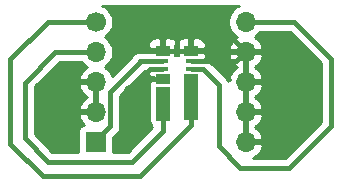
<source format=gtl>
%TF.GenerationSoftware,KiCad,Pcbnew,(5.1.6-0-10_14)*%
%TF.CreationDate,2022-03-22T21:21:40-04:00*%
%TF.ProjectId,MPPT Chip,4d505054-2043-4686-9970-2e6b69636164,v01*%
%TF.SameCoordinates,Original*%
%TF.FileFunction,Copper,L1,Top*%
%TF.FilePolarity,Positive*%
%FSLAX46Y46*%
G04 Gerber Fmt 4.6, Leading zero omitted, Abs format (unit mm)*
G04 Created by KiCad (PCBNEW (5.1.6-0-10_14)) date 2022-03-22 21:21:40*
%MOMM*%
%LPD*%
G01*
G04 APERTURE LIST*
%TA.AperFunction,ComponentPad*%
%ADD10C,1.700000*%
%TD*%
%TA.AperFunction,ComponentPad*%
%ADD11O,1.700000X1.700000*%
%TD*%
%TA.AperFunction,ComponentPad*%
%ADD12R,1.700000X1.700000*%
%TD*%
%TA.AperFunction,SMDPad,CuDef*%
%ADD13R,1.213000X3.963000*%
%TD*%
%TA.AperFunction,SMDPad,CuDef*%
%ADD14R,1.213000X2.862999*%
%TD*%
%TA.AperFunction,SMDPad,CuDef*%
%ADD15R,1.213000X0.825000*%
%TD*%
%TA.AperFunction,SMDPad,CuDef*%
%ADD16R,1.038000X0.325000*%
%TD*%
%TA.AperFunction,SMDPad,CuDef*%
%ADD17R,0.625000X1.038000*%
%TD*%
%TA.AperFunction,SMDPad,CuDef*%
%ADD18R,1.213000X0.962000*%
%TD*%
%TA.AperFunction,ViaPad*%
%ADD19C,0.800000*%
%TD*%
%TA.AperFunction,Conductor*%
%ADD20C,0.250000*%
%TD*%
%TA.AperFunction,Conductor*%
%ADD21C,0.400000*%
%TD*%
%TA.AperFunction,Conductor*%
%ADD22C,0.254000*%
%TD*%
G04 APERTURE END LIST*
D10*
%TO.P,J1,5*%
%TO.N,/OUT*%
X68272660Y-91203780D03*
D11*
%TO.P,J1,6*%
%TO.N,/VBST*%
X80972660Y-91203780D03*
%TO.P,J1,4*%
%TO.N,/PV+*%
X68272660Y-93743780D03*
%TO.P,J1,7*%
%TO.N,/GND*%
X80972660Y-93743780D03*
%TO.P,J1,3*%
X68272660Y-96283780D03*
%TO.P,J1,8*%
X80972660Y-96283780D03*
%TO.P,J1,2*%
X68272660Y-98823780D03*
%TO.P,J1,9*%
X80972660Y-98823780D03*
D12*
%TO.P,J1,1*%
%TO.N,/VCC*%
X68272660Y-101363780D03*
D11*
%TO.P,J1,10*%
%TO.N,/GND*%
X80972660Y-101363780D03*
%TD*%
D13*
%TO.P,U0,5*%
%TO.N,/OUT*%
X76339700Y-97576640D03*
D14*
%TO.P,U0,4*%
%TO.N,/PV+*%
X73952700Y-98126640D03*
D15*
%TO.P,U0,3*%
%TO.N,/GND*%
X73952700Y-96007640D03*
D16*
%TO.P,U0,6*%
%TO.N,/VBST*%
X76427200Y-95157640D03*
%TO.P,U0,7*%
%TO.N,/GND*%
X76427200Y-94557640D03*
%TO.P,U0,2*%
X73865200Y-95157640D03*
%TO.P,U0,1*%
%TO.N,/VCC*%
X73865200Y-94557640D03*
D17*
%TO.P,U0,9*%
%TO.N,/GND*%
X75146700Y-93677140D03*
D18*
%TO.P,U0,8*%
X76340700Y-93639140D03*
%TO.P,U0,10*%
X73952700Y-93639140D03*
%TD*%
D19*
%TO.N,/GND*%
X72715120Y-99923600D03*
X71079360Y-96939100D03*
%TD*%
D20*
%TO.N,/VBST*%
X76427200Y-95157640D02*
X77018800Y-95157640D01*
D21*
%TO.N,/OUT*%
X61061600Y-101513640D02*
X61061600Y-94343220D01*
X72020680Y-104277160D02*
X63825120Y-104277160D01*
X64201040Y-91203780D02*
X68272660Y-91203780D01*
X61061600Y-94343220D02*
X64201040Y-91203780D01*
X63825120Y-104277160D02*
X61061600Y-101513640D01*
X76339700Y-99958140D02*
X72020680Y-104277160D01*
X76339700Y-97576640D02*
X76339700Y-99958140D01*
%TO.N,/PV+*%
X73952700Y-98126640D02*
X73952700Y-100441160D01*
X73952700Y-100441160D02*
X71358760Y-103035100D01*
X71358760Y-103035100D02*
X64267080Y-103035100D01*
X64267080Y-103035100D02*
X62263020Y-101031040D01*
X62263020Y-101031040D02*
X62263020Y-96347280D01*
X64866520Y-93743780D02*
X68272660Y-93743780D01*
X62263020Y-96347280D02*
X64866520Y-93743780D01*
%TO.N,/GND*%
X73952700Y-93639140D02*
X73952700Y-92404600D01*
X73952700Y-92404600D02*
X75407520Y-90949780D01*
X80349860Y-93639140D02*
X81069180Y-94358460D01*
X75146700Y-93677140D02*
X75146700Y-92719360D01*
X75146700Y-92719360D02*
X75705970Y-92160090D01*
X75407520Y-90949780D02*
X75407520Y-90949780D01*
X75705970Y-92160090D02*
X75705970Y-92160090D01*
X80158800Y-94557640D02*
X80972660Y-93743780D01*
X76427200Y-94557640D02*
X80158800Y-94557640D01*
X80868020Y-93639140D02*
X80972660Y-93743780D01*
X76340700Y-93639140D02*
X80868020Y-93639140D01*
X75705970Y-92160090D02*
X79388970Y-92160090D01*
X78178660Y-90949780D02*
X80112870Y-92883990D01*
X80112870Y-92883990D02*
X80972660Y-93743780D01*
X75407520Y-90949780D02*
X78178660Y-90949780D01*
X79388970Y-92160090D02*
X80112870Y-92883990D01*
X73865200Y-95157640D02*
X72858280Y-95157640D01*
X72858280Y-95157640D02*
X71848980Y-96166940D01*
X72715120Y-96238720D02*
X72715120Y-99923600D01*
X72946200Y-96007640D02*
X72715120Y-96238720D01*
X73952700Y-96007640D02*
X72946200Y-96007640D01*
X71848980Y-96166940D02*
X71848980Y-96169480D01*
X71848980Y-96169480D02*
X71079360Y-96939100D01*
%TO.N,/VBST*%
X77346200Y-95157640D02*
X78706980Y-96518420D01*
X76427200Y-95157640D02*
X77346200Y-95157640D01*
X78706980Y-96518420D02*
X78706980Y-101729540D01*
X78706980Y-101729540D02*
X80520540Y-103543100D01*
X80520540Y-103543100D02*
X84617560Y-103543100D01*
X84617560Y-103543100D02*
X88163400Y-99997260D01*
X88163400Y-99997260D02*
X88163400Y-94325440D01*
X85041740Y-91203780D02*
X80972660Y-91203780D01*
X88163400Y-94325440D02*
X85041740Y-91203780D01*
%TO.N,/VCC*%
X72053660Y-94557640D02*
X73865200Y-94557640D01*
X72053660Y-94557640D02*
X72053660Y-94588120D01*
X69522661Y-97119119D02*
X69522661Y-100047739D01*
X72053660Y-94588120D02*
X69522661Y-97119119D01*
X68272660Y-101297740D02*
X68272660Y-101363780D01*
X69522661Y-100047739D02*
X68272660Y-101297740D01*
%TD*%
D22*
%TO.N,/GND*%
G36*
X80269249Y-89887790D02*
G01*
X80026028Y-90050305D01*
X79819185Y-90257148D01*
X79656670Y-90500369D01*
X79544728Y-90770622D01*
X79487660Y-91057520D01*
X79487660Y-91350040D01*
X79544728Y-91636938D01*
X79656670Y-91907191D01*
X79819185Y-92150412D01*
X80026028Y-92357255D01*
X80208194Y-92478975D01*
X80091305Y-92548602D01*
X79875072Y-92743511D01*
X79701019Y-92976860D01*
X79575835Y-93239681D01*
X79531184Y-93386890D01*
X79652505Y-93616780D01*
X80845660Y-93616780D01*
X80845660Y-93596780D01*
X81099660Y-93596780D01*
X81099660Y-93616780D01*
X82292815Y-93616780D01*
X82414136Y-93386890D01*
X82369485Y-93239681D01*
X82244301Y-92976860D01*
X82070248Y-92743511D01*
X81854015Y-92548602D01*
X81737126Y-92478975D01*
X81919292Y-92357255D01*
X82126135Y-92150412D01*
X82200725Y-92038780D01*
X84695873Y-92038780D01*
X87328401Y-94671310D01*
X87328400Y-99651392D01*
X84271693Y-102708100D01*
X81603452Y-102708100D01*
X81603912Y-102707937D01*
X81854015Y-102558958D01*
X82070248Y-102364049D01*
X82244301Y-102130700D01*
X82369485Y-101867879D01*
X82414136Y-101720670D01*
X82292815Y-101490780D01*
X81099660Y-101490780D01*
X81099660Y-101510780D01*
X80845660Y-101510780D01*
X80845660Y-101490780D01*
X80825660Y-101490780D01*
X80825660Y-101236780D01*
X80845660Y-101236780D01*
X80845660Y-98950780D01*
X81099660Y-98950780D01*
X81099660Y-101236780D01*
X82292815Y-101236780D01*
X82414136Y-101006890D01*
X82369485Y-100859681D01*
X82244301Y-100596860D01*
X82070248Y-100363511D01*
X81854015Y-100168602D01*
X81728405Y-100093780D01*
X81854015Y-100018958D01*
X82070248Y-99824049D01*
X82244301Y-99590700D01*
X82369485Y-99327879D01*
X82414136Y-99180670D01*
X82292815Y-98950780D01*
X81099660Y-98950780D01*
X80845660Y-98950780D01*
X80825660Y-98950780D01*
X80825660Y-98696780D01*
X80845660Y-98696780D01*
X80845660Y-96410780D01*
X81099660Y-96410780D01*
X81099660Y-98696780D01*
X82292815Y-98696780D01*
X82414136Y-98466890D01*
X82369485Y-98319681D01*
X82244301Y-98056860D01*
X82070248Y-97823511D01*
X81854015Y-97628602D01*
X81728405Y-97553780D01*
X81854015Y-97478958D01*
X82070248Y-97284049D01*
X82244301Y-97050700D01*
X82369485Y-96787879D01*
X82414136Y-96640670D01*
X82292815Y-96410780D01*
X81099660Y-96410780D01*
X80845660Y-96410780D01*
X80825660Y-96410780D01*
X80825660Y-96156780D01*
X80845660Y-96156780D01*
X80845660Y-93870780D01*
X81099660Y-93870780D01*
X81099660Y-96156780D01*
X82292815Y-96156780D01*
X82414136Y-95926890D01*
X82369485Y-95779681D01*
X82244301Y-95516860D01*
X82070248Y-95283511D01*
X81854015Y-95088602D01*
X81728405Y-95013780D01*
X81854015Y-94938958D01*
X82070248Y-94744049D01*
X82244301Y-94510700D01*
X82369485Y-94247879D01*
X82414136Y-94100670D01*
X82292815Y-93870780D01*
X81099660Y-93870780D01*
X80845660Y-93870780D01*
X79652505Y-93870780D01*
X79531184Y-94100670D01*
X79575835Y-94247879D01*
X79701019Y-94510700D01*
X79875072Y-94744049D01*
X80091305Y-94938958D01*
X80216915Y-95013780D01*
X80091305Y-95088602D01*
X79875072Y-95283511D01*
X79701019Y-95516860D01*
X79575835Y-95779681D01*
X79531184Y-95926890D01*
X79652504Y-96156778D01*
X79487660Y-96156778D01*
X79487660Y-96215491D01*
X79482152Y-96197333D01*
X79404616Y-96052274D01*
X79345760Y-95980558D01*
X79326419Y-95956990D01*
X79326417Y-95956988D01*
X79300271Y-95925129D01*
X79268413Y-95898984D01*
X77965646Y-94596218D01*
X77939491Y-94564349D01*
X77812346Y-94460004D01*
X77667287Y-94382468D01*
X77580388Y-94356108D01*
X77569537Y-94258806D01*
X77569109Y-94257487D01*
X77573012Y-94244622D01*
X77585272Y-94120140D01*
X77582200Y-93924890D01*
X77423450Y-93766140D01*
X77046953Y-93766140D01*
X76934093Y-93757183D01*
X76712950Y-93760140D01*
X76706950Y-93766140D01*
X76467700Y-93766140D01*
X76467700Y-93786140D01*
X76213700Y-93786140D01*
X76213700Y-93766140D01*
X76147450Y-93766140D01*
X76141450Y-93760140D01*
X75920307Y-93757183D01*
X75807447Y-93766140D01*
X75257950Y-93766140D01*
X75146700Y-93877390D01*
X75035450Y-93766140D01*
X74476313Y-93766140D01*
X74384200Y-93757068D01*
X74102554Y-93757068D01*
X74028889Y-93734722D01*
X73906219Y-93722640D01*
X72094678Y-93722640D01*
X72053660Y-93718600D01*
X72012641Y-93722640D01*
X71889971Y-93734722D01*
X71732573Y-93782468D01*
X71587514Y-93860004D01*
X71460369Y-93964349D01*
X71356024Y-94091494D01*
X71340644Y-94120268D01*
X69672219Y-95788694D01*
X69669485Y-95779681D01*
X69544301Y-95516860D01*
X69370248Y-95283511D01*
X69154015Y-95088602D01*
X69037126Y-95018975D01*
X69219292Y-94897255D01*
X69426135Y-94690412D01*
X69588650Y-94447191D01*
X69700592Y-94176938D01*
X69757660Y-93890040D01*
X69757660Y-93597520D01*
X69700592Y-93310622D01*
X69637433Y-93158140D01*
X72708128Y-93158140D01*
X72711200Y-93353390D01*
X72869950Y-93512140D01*
X73825700Y-93512140D01*
X73825700Y-92681890D01*
X74079700Y-92681890D01*
X74079700Y-93512140D01*
X74319950Y-93512140D01*
X74357950Y-93550140D01*
X75019700Y-93550140D01*
X75019700Y-93512140D01*
X75035450Y-93512140D01*
X75146700Y-93400890D01*
X75257950Y-93512140D01*
X75273700Y-93512140D01*
X75273700Y-93550140D01*
X75935450Y-93550140D01*
X75973450Y-93512140D01*
X76213700Y-93512140D01*
X76213700Y-92681890D01*
X76467700Y-92681890D01*
X76467700Y-93512140D01*
X77423450Y-93512140D01*
X77582200Y-93353390D01*
X77585272Y-93158140D01*
X77573012Y-93033658D01*
X77536702Y-92913960D01*
X77477737Y-92803646D01*
X77398385Y-92706955D01*
X77301694Y-92627603D01*
X77191380Y-92568638D01*
X77071682Y-92532328D01*
X76947200Y-92520068D01*
X76626450Y-92523140D01*
X76467700Y-92681890D01*
X76213700Y-92681890D01*
X76054950Y-92523140D01*
X75734200Y-92520068D01*
X75609718Y-92532328D01*
X75596700Y-92536277D01*
X75583682Y-92532328D01*
X75459200Y-92520068D01*
X75432450Y-92523140D01*
X75273700Y-92681890D01*
X75273700Y-92718305D01*
X75203663Y-92803646D01*
X75146700Y-92910215D01*
X75089737Y-92803646D01*
X75019700Y-92718305D01*
X75019700Y-92681890D01*
X74860950Y-92523140D01*
X74834200Y-92520068D01*
X74709718Y-92532328D01*
X74696700Y-92536277D01*
X74683682Y-92532328D01*
X74559200Y-92520068D01*
X74238450Y-92523140D01*
X74079700Y-92681890D01*
X73825700Y-92681890D01*
X73666950Y-92523140D01*
X73346200Y-92520068D01*
X73221718Y-92532328D01*
X73102020Y-92568638D01*
X72991706Y-92627603D01*
X72895015Y-92706955D01*
X72815663Y-92803646D01*
X72756698Y-92913960D01*
X72720388Y-93033658D01*
X72708128Y-93158140D01*
X69637433Y-93158140D01*
X69588650Y-93040369D01*
X69426135Y-92797148D01*
X69219292Y-92590305D01*
X69044900Y-92473780D01*
X69219292Y-92357255D01*
X69426135Y-92150412D01*
X69588650Y-91907191D01*
X69700592Y-91636938D01*
X69757660Y-91350040D01*
X69757660Y-91057520D01*
X69700592Y-90770622D01*
X69588650Y-90500369D01*
X69426135Y-90257148D01*
X69219292Y-90050305D01*
X68976071Y-89887790D01*
X68828586Y-89826700D01*
X80416734Y-89826700D01*
X80269249Y-89887790D01*
G37*
X80269249Y-89887790D02*
X80026028Y-90050305D01*
X79819185Y-90257148D01*
X79656670Y-90500369D01*
X79544728Y-90770622D01*
X79487660Y-91057520D01*
X79487660Y-91350040D01*
X79544728Y-91636938D01*
X79656670Y-91907191D01*
X79819185Y-92150412D01*
X80026028Y-92357255D01*
X80208194Y-92478975D01*
X80091305Y-92548602D01*
X79875072Y-92743511D01*
X79701019Y-92976860D01*
X79575835Y-93239681D01*
X79531184Y-93386890D01*
X79652505Y-93616780D01*
X80845660Y-93616780D01*
X80845660Y-93596780D01*
X81099660Y-93596780D01*
X81099660Y-93616780D01*
X82292815Y-93616780D01*
X82414136Y-93386890D01*
X82369485Y-93239681D01*
X82244301Y-92976860D01*
X82070248Y-92743511D01*
X81854015Y-92548602D01*
X81737126Y-92478975D01*
X81919292Y-92357255D01*
X82126135Y-92150412D01*
X82200725Y-92038780D01*
X84695873Y-92038780D01*
X87328401Y-94671310D01*
X87328400Y-99651392D01*
X84271693Y-102708100D01*
X81603452Y-102708100D01*
X81603912Y-102707937D01*
X81854015Y-102558958D01*
X82070248Y-102364049D01*
X82244301Y-102130700D01*
X82369485Y-101867879D01*
X82414136Y-101720670D01*
X82292815Y-101490780D01*
X81099660Y-101490780D01*
X81099660Y-101510780D01*
X80845660Y-101510780D01*
X80845660Y-101490780D01*
X80825660Y-101490780D01*
X80825660Y-101236780D01*
X80845660Y-101236780D01*
X80845660Y-98950780D01*
X81099660Y-98950780D01*
X81099660Y-101236780D01*
X82292815Y-101236780D01*
X82414136Y-101006890D01*
X82369485Y-100859681D01*
X82244301Y-100596860D01*
X82070248Y-100363511D01*
X81854015Y-100168602D01*
X81728405Y-100093780D01*
X81854015Y-100018958D01*
X82070248Y-99824049D01*
X82244301Y-99590700D01*
X82369485Y-99327879D01*
X82414136Y-99180670D01*
X82292815Y-98950780D01*
X81099660Y-98950780D01*
X80845660Y-98950780D01*
X80825660Y-98950780D01*
X80825660Y-98696780D01*
X80845660Y-98696780D01*
X80845660Y-96410780D01*
X81099660Y-96410780D01*
X81099660Y-98696780D01*
X82292815Y-98696780D01*
X82414136Y-98466890D01*
X82369485Y-98319681D01*
X82244301Y-98056860D01*
X82070248Y-97823511D01*
X81854015Y-97628602D01*
X81728405Y-97553780D01*
X81854015Y-97478958D01*
X82070248Y-97284049D01*
X82244301Y-97050700D01*
X82369485Y-96787879D01*
X82414136Y-96640670D01*
X82292815Y-96410780D01*
X81099660Y-96410780D01*
X80845660Y-96410780D01*
X80825660Y-96410780D01*
X80825660Y-96156780D01*
X80845660Y-96156780D01*
X80845660Y-93870780D01*
X81099660Y-93870780D01*
X81099660Y-96156780D01*
X82292815Y-96156780D01*
X82414136Y-95926890D01*
X82369485Y-95779681D01*
X82244301Y-95516860D01*
X82070248Y-95283511D01*
X81854015Y-95088602D01*
X81728405Y-95013780D01*
X81854015Y-94938958D01*
X82070248Y-94744049D01*
X82244301Y-94510700D01*
X82369485Y-94247879D01*
X82414136Y-94100670D01*
X82292815Y-93870780D01*
X81099660Y-93870780D01*
X80845660Y-93870780D01*
X79652505Y-93870780D01*
X79531184Y-94100670D01*
X79575835Y-94247879D01*
X79701019Y-94510700D01*
X79875072Y-94744049D01*
X80091305Y-94938958D01*
X80216915Y-95013780D01*
X80091305Y-95088602D01*
X79875072Y-95283511D01*
X79701019Y-95516860D01*
X79575835Y-95779681D01*
X79531184Y-95926890D01*
X79652504Y-96156778D01*
X79487660Y-96156778D01*
X79487660Y-96215491D01*
X79482152Y-96197333D01*
X79404616Y-96052274D01*
X79345760Y-95980558D01*
X79326419Y-95956990D01*
X79326417Y-95956988D01*
X79300271Y-95925129D01*
X79268413Y-95898984D01*
X77965646Y-94596218D01*
X77939491Y-94564349D01*
X77812346Y-94460004D01*
X77667287Y-94382468D01*
X77580388Y-94356108D01*
X77569537Y-94258806D01*
X77569109Y-94257487D01*
X77573012Y-94244622D01*
X77585272Y-94120140D01*
X77582200Y-93924890D01*
X77423450Y-93766140D01*
X77046953Y-93766140D01*
X76934093Y-93757183D01*
X76712950Y-93760140D01*
X76706950Y-93766140D01*
X76467700Y-93766140D01*
X76467700Y-93786140D01*
X76213700Y-93786140D01*
X76213700Y-93766140D01*
X76147450Y-93766140D01*
X76141450Y-93760140D01*
X75920307Y-93757183D01*
X75807447Y-93766140D01*
X75257950Y-93766140D01*
X75146700Y-93877390D01*
X75035450Y-93766140D01*
X74476313Y-93766140D01*
X74384200Y-93757068D01*
X74102554Y-93757068D01*
X74028889Y-93734722D01*
X73906219Y-93722640D01*
X72094678Y-93722640D01*
X72053660Y-93718600D01*
X72012641Y-93722640D01*
X71889971Y-93734722D01*
X71732573Y-93782468D01*
X71587514Y-93860004D01*
X71460369Y-93964349D01*
X71356024Y-94091494D01*
X71340644Y-94120268D01*
X69672219Y-95788694D01*
X69669485Y-95779681D01*
X69544301Y-95516860D01*
X69370248Y-95283511D01*
X69154015Y-95088602D01*
X69037126Y-95018975D01*
X69219292Y-94897255D01*
X69426135Y-94690412D01*
X69588650Y-94447191D01*
X69700592Y-94176938D01*
X69757660Y-93890040D01*
X69757660Y-93597520D01*
X69700592Y-93310622D01*
X69637433Y-93158140D01*
X72708128Y-93158140D01*
X72711200Y-93353390D01*
X72869950Y-93512140D01*
X73825700Y-93512140D01*
X73825700Y-92681890D01*
X74079700Y-92681890D01*
X74079700Y-93512140D01*
X74319950Y-93512140D01*
X74357950Y-93550140D01*
X75019700Y-93550140D01*
X75019700Y-93512140D01*
X75035450Y-93512140D01*
X75146700Y-93400890D01*
X75257950Y-93512140D01*
X75273700Y-93512140D01*
X75273700Y-93550140D01*
X75935450Y-93550140D01*
X75973450Y-93512140D01*
X76213700Y-93512140D01*
X76213700Y-92681890D01*
X76467700Y-92681890D01*
X76467700Y-93512140D01*
X77423450Y-93512140D01*
X77582200Y-93353390D01*
X77585272Y-93158140D01*
X77573012Y-93033658D01*
X77536702Y-92913960D01*
X77477737Y-92803646D01*
X77398385Y-92706955D01*
X77301694Y-92627603D01*
X77191380Y-92568638D01*
X77071682Y-92532328D01*
X76947200Y-92520068D01*
X76626450Y-92523140D01*
X76467700Y-92681890D01*
X76213700Y-92681890D01*
X76054950Y-92523140D01*
X75734200Y-92520068D01*
X75609718Y-92532328D01*
X75596700Y-92536277D01*
X75583682Y-92532328D01*
X75459200Y-92520068D01*
X75432450Y-92523140D01*
X75273700Y-92681890D01*
X75273700Y-92718305D01*
X75203663Y-92803646D01*
X75146700Y-92910215D01*
X75089737Y-92803646D01*
X75019700Y-92718305D01*
X75019700Y-92681890D01*
X74860950Y-92523140D01*
X74834200Y-92520068D01*
X74709718Y-92532328D01*
X74696700Y-92536277D01*
X74683682Y-92532328D01*
X74559200Y-92520068D01*
X74238450Y-92523140D01*
X74079700Y-92681890D01*
X73825700Y-92681890D01*
X73666950Y-92523140D01*
X73346200Y-92520068D01*
X73221718Y-92532328D01*
X73102020Y-92568638D01*
X72991706Y-92627603D01*
X72895015Y-92706955D01*
X72815663Y-92803646D01*
X72756698Y-92913960D01*
X72720388Y-93033658D01*
X72708128Y-93158140D01*
X69637433Y-93158140D01*
X69588650Y-93040369D01*
X69426135Y-92797148D01*
X69219292Y-92590305D01*
X69044900Y-92473780D01*
X69219292Y-92357255D01*
X69426135Y-92150412D01*
X69588650Y-91907191D01*
X69700592Y-91636938D01*
X69757660Y-91350040D01*
X69757660Y-91057520D01*
X69700592Y-90770622D01*
X69588650Y-90500369D01*
X69426135Y-90257148D01*
X69219292Y-90050305D01*
X68976071Y-89887790D01*
X68828586Y-89826700D01*
X80416734Y-89826700D01*
X80269249Y-89887790D01*
G36*
X67119185Y-94690412D02*
G01*
X67326028Y-94897255D01*
X67508194Y-95018975D01*
X67391305Y-95088602D01*
X67175072Y-95283511D01*
X67001019Y-95516860D01*
X66875835Y-95779681D01*
X66831184Y-95926890D01*
X66952505Y-96156780D01*
X68145660Y-96156780D01*
X68145660Y-96136780D01*
X68399660Y-96136780D01*
X68399660Y-96156780D01*
X68419660Y-96156780D01*
X68419660Y-96410780D01*
X68399660Y-96410780D01*
X68399660Y-98696780D01*
X68419660Y-98696780D01*
X68419660Y-98950780D01*
X68399660Y-98950780D01*
X68399660Y-98970780D01*
X68145660Y-98970780D01*
X68145660Y-98950780D01*
X66952505Y-98950780D01*
X66831184Y-99180670D01*
X66875835Y-99327879D01*
X67001019Y-99590700D01*
X67175072Y-99824049D01*
X67259126Y-99899814D01*
X67178480Y-99924278D01*
X67068166Y-99983243D01*
X66971475Y-100062595D01*
X66892123Y-100159286D01*
X66833158Y-100269600D01*
X66796848Y-100389298D01*
X66784588Y-100513780D01*
X66784588Y-102200100D01*
X64612949Y-102200100D01*
X63098020Y-100685173D01*
X63098020Y-96693147D01*
X63150497Y-96640670D01*
X66831184Y-96640670D01*
X66875835Y-96787879D01*
X67001019Y-97050700D01*
X67175072Y-97284049D01*
X67391305Y-97478958D01*
X67516915Y-97553780D01*
X67391305Y-97628602D01*
X67175072Y-97823511D01*
X67001019Y-98056860D01*
X66875835Y-98319681D01*
X66831184Y-98466890D01*
X66952505Y-98696780D01*
X68145660Y-98696780D01*
X68145660Y-96410780D01*
X66952505Y-96410780D01*
X66831184Y-96640670D01*
X63150497Y-96640670D01*
X65212388Y-94578780D01*
X67044595Y-94578780D01*
X67119185Y-94690412D01*
G37*
X67119185Y-94690412D02*
X67326028Y-94897255D01*
X67508194Y-95018975D01*
X67391305Y-95088602D01*
X67175072Y-95283511D01*
X67001019Y-95516860D01*
X66875835Y-95779681D01*
X66831184Y-95926890D01*
X66952505Y-96156780D01*
X68145660Y-96156780D01*
X68145660Y-96136780D01*
X68399660Y-96136780D01*
X68399660Y-96156780D01*
X68419660Y-96156780D01*
X68419660Y-96410780D01*
X68399660Y-96410780D01*
X68399660Y-98696780D01*
X68419660Y-98696780D01*
X68419660Y-98950780D01*
X68399660Y-98950780D01*
X68399660Y-98970780D01*
X68145660Y-98970780D01*
X68145660Y-98950780D01*
X66952505Y-98950780D01*
X66831184Y-99180670D01*
X66875835Y-99327879D01*
X67001019Y-99590700D01*
X67175072Y-99824049D01*
X67259126Y-99899814D01*
X67178480Y-99924278D01*
X67068166Y-99983243D01*
X66971475Y-100062595D01*
X66892123Y-100159286D01*
X66833158Y-100269600D01*
X66796848Y-100389298D01*
X66784588Y-100513780D01*
X66784588Y-102200100D01*
X64612949Y-102200100D01*
X63098020Y-100685173D01*
X63098020Y-96693147D01*
X63150497Y-96640670D01*
X66831184Y-96640670D01*
X66875835Y-96787879D01*
X67001019Y-97050700D01*
X67175072Y-97284049D01*
X67391305Y-97478958D01*
X67516915Y-97553780D01*
X67391305Y-97628602D01*
X67175072Y-97823511D01*
X67001019Y-98056860D01*
X66875835Y-98319681D01*
X66831184Y-98466890D01*
X66952505Y-98696780D01*
X68145660Y-98696780D01*
X68145660Y-96410780D01*
X66952505Y-96410780D01*
X66831184Y-96640670D01*
X63150497Y-96640670D01*
X65212388Y-94578780D01*
X67044595Y-94578780D01*
X67119185Y-94690412D01*
G36*
X72722863Y-95456474D02*
G01*
X72723807Y-95459386D01*
X72720388Y-95470658D01*
X72708128Y-95595140D01*
X72711200Y-95721890D01*
X72869950Y-95880640D01*
X73047554Y-95880640D01*
X73113250Y-95914169D01*
X73233615Y-95948201D01*
X73358307Y-95958097D01*
X73579450Y-95955140D01*
X73653950Y-95880640D01*
X73825700Y-95880640D01*
X73825700Y-95860640D01*
X74056450Y-95860640D01*
X74099700Y-95903890D01*
X74099700Y-96057069D01*
X73346200Y-96057069D01*
X73221718Y-96069329D01*
X73102020Y-96105639D01*
X73047764Y-96134640D01*
X72869950Y-96134640D01*
X72711200Y-96293390D01*
X72708128Y-96420140D01*
X72720388Y-96544622D01*
X72724337Y-96557640D01*
X72720388Y-96570659D01*
X72708128Y-96695141D01*
X72708128Y-99558139D01*
X72720388Y-99682621D01*
X72756698Y-99802319D01*
X72815663Y-99912633D01*
X72895015Y-100009324D01*
X72991706Y-100088676D01*
X73078124Y-100134868D01*
X71012893Y-102200100D01*
X69760732Y-102200100D01*
X69760732Y-100990536D01*
X70084087Y-100667181D01*
X70115952Y-100641030D01*
X70220297Y-100513885D01*
X70297833Y-100368826D01*
X70345579Y-100211428D01*
X70357661Y-100088758D01*
X70357661Y-100088748D01*
X70361700Y-100047740D01*
X70357661Y-100006732D01*
X70357661Y-97464986D01*
X72430008Y-95392640D01*
X72715744Y-95392640D01*
X72722863Y-95456474D01*
G37*
X72722863Y-95456474D02*
X72723807Y-95459386D01*
X72720388Y-95470658D01*
X72708128Y-95595140D01*
X72711200Y-95721890D01*
X72869950Y-95880640D01*
X73047554Y-95880640D01*
X73113250Y-95914169D01*
X73233615Y-95948201D01*
X73358307Y-95958097D01*
X73579450Y-95955140D01*
X73653950Y-95880640D01*
X73825700Y-95880640D01*
X73825700Y-95860640D01*
X74056450Y-95860640D01*
X74099700Y-95903890D01*
X74099700Y-96057069D01*
X73346200Y-96057069D01*
X73221718Y-96069329D01*
X73102020Y-96105639D01*
X73047764Y-96134640D01*
X72869950Y-96134640D01*
X72711200Y-96293390D01*
X72708128Y-96420140D01*
X72720388Y-96544622D01*
X72724337Y-96557640D01*
X72720388Y-96570659D01*
X72708128Y-96695141D01*
X72708128Y-99558139D01*
X72720388Y-99682621D01*
X72756698Y-99802319D01*
X72815663Y-99912633D01*
X72895015Y-100009324D01*
X72991706Y-100088676D01*
X73078124Y-100134868D01*
X71012893Y-102200100D01*
X69760732Y-102200100D01*
X69760732Y-100990536D01*
X70084087Y-100667181D01*
X70115952Y-100641030D01*
X70220297Y-100513885D01*
X70297833Y-100368826D01*
X70345579Y-100211428D01*
X70357661Y-100088758D01*
X70357661Y-100088748D01*
X70361700Y-100047740D01*
X70357661Y-100006732D01*
X70357661Y-97464986D01*
X72430008Y-95392640D01*
X72715744Y-95392640D01*
X72722863Y-95456474D01*
%TD*%
M02*

</source>
